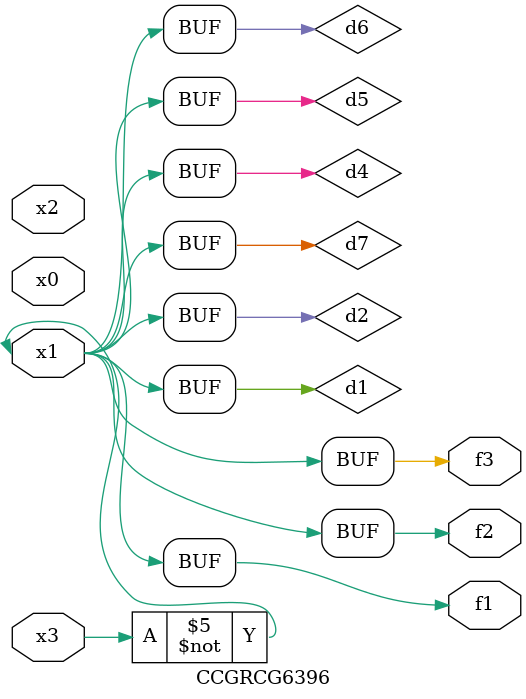
<source format=v>
module CCGRCG6396(
	input x0, x1, x2, x3,
	output f1, f2, f3
);

	wire d1, d2, d3, d4, d5, d6, d7;

	not (d1, x3);
	buf (d2, x1);
	xnor (d3, d1, d2);
	nor (d4, d1);
	buf (d5, d1, d2);
	buf (d6, d4, d5);
	nand (d7, d4);
	assign f1 = d6;
	assign f2 = d7;
	assign f3 = d6;
endmodule

</source>
